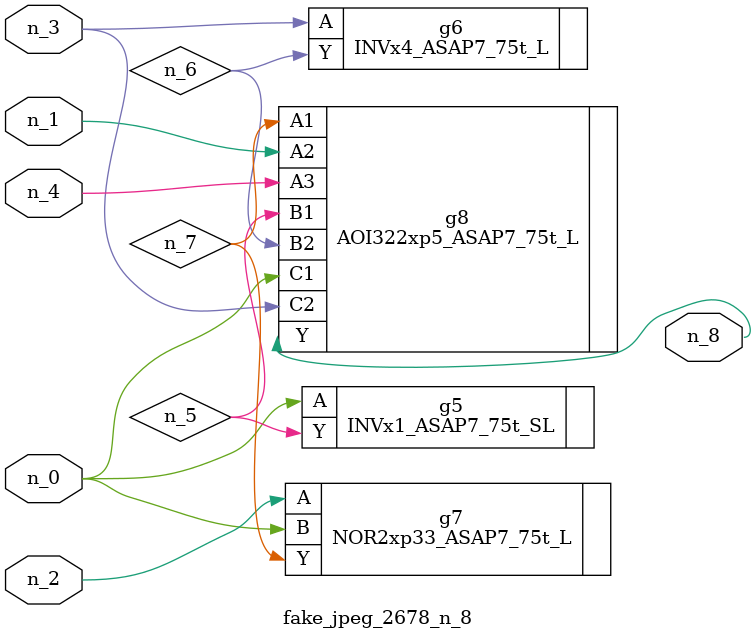
<source format=v>
module fake_jpeg_2678_n_8 (n_3, n_2, n_1, n_0, n_4, n_8);

input n_3;
input n_2;
input n_1;
input n_0;
input n_4;

output n_8;

wire n_6;
wire n_5;
wire n_7;

INVx1_ASAP7_75t_SL g5 ( 
.A(n_0),
.Y(n_5)
);

INVx4_ASAP7_75t_L g6 ( 
.A(n_3),
.Y(n_6)
);

NOR2xp33_ASAP7_75t_L g7 ( 
.A(n_2),
.B(n_0),
.Y(n_7)
);

AOI322xp5_ASAP7_75t_L g8 ( 
.A1(n_7),
.A2(n_1),
.A3(n_4),
.B1(n_5),
.B2(n_6),
.C1(n_0),
.C2(n_3),
.Y(n_8)
);


endmodule
</source>
